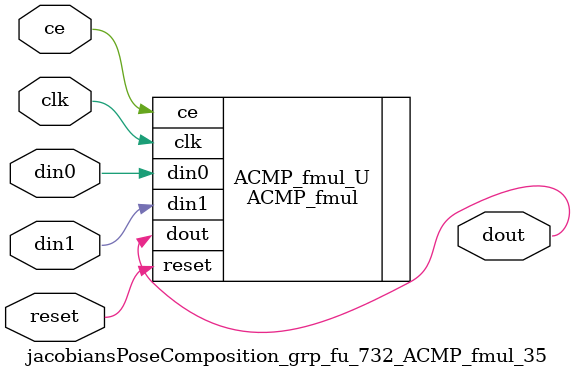
<source format=v>

`timescale 1 ns / 1 ps
module jacobiansPoseComposition_grp_fu_732_ACMP_fmul_35(
    clk,
    reset,
    ce,
    din0,
    din1,
    dout);

parameter ID = 32'd1;
parameter NUM_STAGE = 32'd1;
parameter din0_WIDTH = 32'd1;
parameter din1_WIDTH = 32'd1;
parameter dout_WIDTH = 32'd1;
input clk;
input reset;
input ce;
input[din0_WIDTH - 1:0] din0;
input[din1_WIDTH - 1:0] din1;
output[dout_WIDTH - 1:0] dout;



ACMP_fmul #(
.ID( ID ),
.NUM_STAGE( 4 ),
.din0_WIDTH( din0_WIDTH ),
.din1_WIDTH( din1_WIDTH ),
.dout_WIDTH( dout_WIDTH ))
ACMP_fmul_U(
    .clk( clk ),
    .reset( reset ),
    .ce( ce ),
    .din0( din0 ),
    .din1( din1 ),
    .dout( dout ));

endmodule

</source>
